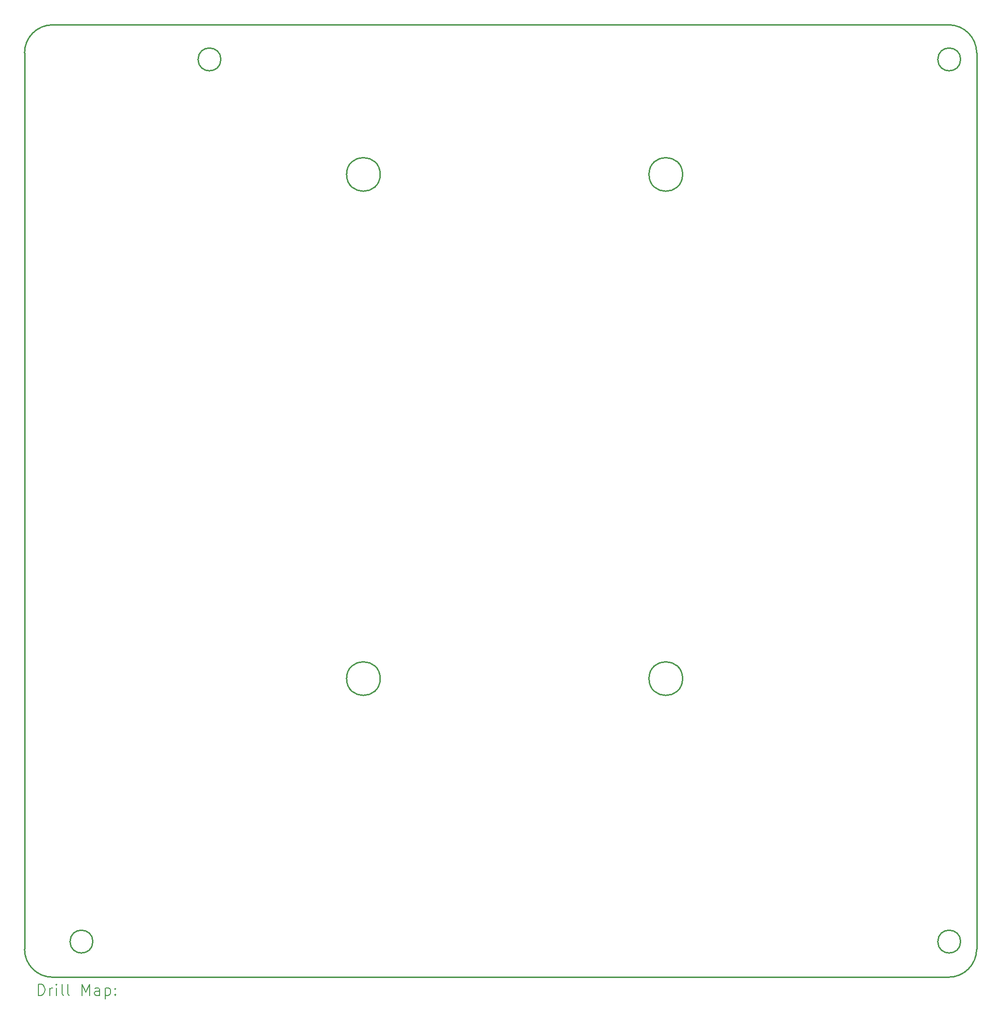
<source format=gbr>
%TF.GenerationSoftware,KiCad,Pcbnew,7.0.10*%
%TF.CreationDate,2024-01-18T14:13:56+02:00*%
%TF.ProjectId,jox030,6a6f7830-3330-42e6-9b69-6361645f7063,rev?*%
%TF.SameCoordinates,Original*%
%TF.FileFunction,Drillmap*%
%TF.FilePolarity,Positive*%
%FSLAX45Y45*%
G04 Gerber Fmt 4.5, Leading zero omitted, Abs format (unit mm)*
G04 Created by KiCad (PCBNEW 7.0.10) date 2024-01-18 14:13:56*
%MOMM*%
%LPD*%
G01*
G04 APERTURE LIST*
%ADD10C,0.250000*%
%ADD11C,0.200000*%
G04 APERTURE END LIST*
D10*
X7849158Y-4059042D02*
G75*
G03*
X7249158Y-4059042I-300000J0D01*
G01*
X7249158Y-4059042D02*
G75*
G03*
X7849158Y-4059042I300000J0D01*
G01*
X1999158Y-1389042D02*
G75*
G03*
X1499158Y-1889042I0J-500000D01*
G01*
X18212358Y-2006042D02*
G75*
G03*
X17805958Y-2006042I-203200J0D01*
G01*
X17805958Y-2006042D02*
G75*
G03*
X18212358Y-2006042I203200J0D01*
G01*
X13249158Y-4059042D02*
G75*
G03*
X12649158Y-4059042I-300000J0D01*
G01*
X12649158Y-4059042D02*
G75*
G03*
X13249158Y-4059042I300000J0D01*
G01*
X5004358Y-2006042D02*
G75*
G03*
X4597958Y-2006042I-203200J0D01*
G01*
X4597958Y-2006042D02*
G75*
G03*
X5004358Y-2006042I203200J0D01*
G01*
X7849158Y-13059042D02*
G75*
G03*
X7249158Y-13059042I-300000J0D01*
G01*
X7249158Y-13059042D02*
G75*
G03*
X7849158Y-13059042I300000J0D01*
G01*
X18499158Y-1889042D02*
G75*
G03*
X17999158Y-1389042I-499990J10D01*
G01*
X18499158Y-17889042D02*
X18499158Y-1889042D01*
X1499158Y-17889042D02*
G75*
G03*
X1999158Y-18389042I500000J0D01*
G01*
X17999158Y-1389042D02*
X1999158Y-1389042D01*
X17999158Y-18389042D02*
G75*
G03*
X18499158Y-17889042I0J500000D01*
G01*
X18212358Y-17754042D02*
G75*
G03*
X17805958Y-17754042I-203200J0D01*
G01*
X17805958Y-17754042D02*
G75*
G03*
X18212358Y-17754042I203200J0D01*
G01*
X1499158Y-1889042D02*
X1499158Y-17889042D01*
X2718358Y-17754042D02*
G75*
G03*
X2311958Y-17754042I-203200J0D01*
G01*
X2311958Y-17754042D02*
G75*
G03*
X2718358Y-17754042I203200J0D01*
G01*
X1999158Y-18389042D02*
X17999158Y-18389042D01*
X13249158Y-13059042D02*
G75*
G03*
X12649158Y-13059042I-300000J0D01*
G01*
X12649158Y-13059042D02*
G75*
G03*
X13249158Y-13059042I300000J0D01*
G01*
D11*
X1747435Y-18713026D02*
X1747435Y-18513026D01*
X1747435Y-18513026D02*
X1795054Y-18513026D01*
X1795054Y-18513026D02*
X1823625Y-18522550D01*
X1823625Y-18522550D02*
X1842673Y-18541597D01*
X1842673Y-18541597D02*
X1852197Y-18560645D01*
X1852197Y-18560645D02*
X1861721Y-18598740D01*
X1861721Y-18598740D02*
X1861721Y-18627311D01*
X1861721Y-18627311D02*
X1852197Y-18665407D01*
X1852197Y-18665407D02*
X1842673Y-18684454D01*
X1842673Y-18684454D02*
X1823625Y-18703502D01*
X1823625Y-18703502D02*
X1795054Y-18713026D01*
X1795054Y-18713026D02*
X1747435Y-18713026D01*
X1947435Y-18713026D02*
X1947435Y-18579692D01*
X1947435Y-18617788D02*
X1956959Y-18598740D01*
X1956959Y-18598740D02*
X1966482Y-18589216D01*
X1966482Y-18589216D02*
X1985530Y-18579692D01*
X1985530Y-18579692D02*
X2004578Y-18579692D01*
X2071244Y-18713026D02*
X2071244Y-18579692D01*
X2071244Y-18513026D02*
X2061721Y-18522550D01*
X2061721Y-18522550D02*
X2071244Y-18532073D01*
X2071244Y-18532073D02*
X2080768Y-18522550D01*
X2080768Y-18522550D02*
X2071244Y-18513026D01*
X2071244Y-18513026D02*
X2071244Y-18532073D01*
X2195054Y-18713026D02*
X2176006Y-18703502D01*
X2176006Y-18703502D02*
X2166483Y-18684454D01*
X2166483Y-18684454D02*
X2166483Y-18513026D01*
X2299816Y-18713026D02*
X2280768Y-18703502D01*
X2280768Y-18703502D02*
X2271244Y-18684454D01*
X2271244Y-18684454D02*
X2271244Y-18513026D01*
X2528387Y-18713026D02*
X2528387Y-18513026D01*
X2528387Y-18513026D02*
X2595054Y-18655883D01*
X2595054Y-18655883D02*
X2661721Y-18513026D01*
X2661721Y-18513026D02*
X2661721Y-18713026D01*
X2842673Y-18713026D02*
X2842673Y-18608264D01*
X2842673Y-18608264D02*
X2833149Y-18589216D01*
X2833149Y-18589216D02*
X2814102Y-18579692D01*
X2814102Y-18579692D02*
X2776006Y-18579692D01*
X2776006Y-18579692D02*
X2756959Y-18589216D01*
X2842673Y-18703502D02*
X2823625Y-18713026D01*
X2823625Y-18713026D02*
X2776006Y-18713026D01*
X2776006Y-18713026D02*
X2756959Y-18703502D01*
X2756959Y-18703502D02*
X2747435Y-18684454D01*
X2747435Y-18684454D02*
X2747435Y-18665407D01*
X2747435Y-18665407D02*
X2756959Y-18646359D01*
X2756959Y-18646359D02*
X2776006Y-18636835D01*
X2776006Y-18636835D02*
X2823625Y-18636835D01*
X2823625Y-18636835D02*
X2842673Y-18627311D01*
X2937911Y-18579692D02*
X2937911Y-18779692D01*
X2937911Y-18589216D02*
X2956959Y-18579692D01*
X2956959Y-18579692D02*
X2995054Y-18579692D01*
X2995054Y-18579692D02*
X3014102Y-18589216D01*
X3014102Y-18589216D02*
X3023625Y-18598740D01*
X3023625Y-18598740D02*
X3033149Y-18617788D01*
X3033149Y-18617788D02*
X3033149Y-18674930D01*
X3033149Y-18674930D02*
X3023625Y-18693978D01*
X3023625Y-18693978D02*
X3014102Y-18703502D01*
X3014102Y-18703502D02*
X2995054Y-18713026D01*
X2995054Y-18713026D02*
X2956959Y-18713026D01*
X2956959Y-18713026D02*
X2937911Y-18703502D01*
X3118863Y-18693978D02*
X3128387Y-18703502D01*
X3128387Y-18703502D02*
X3118863Y-18713026D01*
X3118863Y-18713026D02*
X3109340Y-18703502D01*
X3109340Y-18703502D02*
X3118863Y-18693978D01*
X3118863Y-18693978D02*
X3118863Y-18713026D01*
X3118863Y-18589216D02*
X3128387Y-18598740D01*
X3128387Y-18598740D02*
X3118863Y-18608264D01*
X3118863Y-18608264D02*
X3109340Y-18598740D01*
X3109340Y-18598740D02*
X3118863Y-18589216D01*
X3118863Y-18589216D02*
X3118863Y-18608264D01*
M02*

</source>
